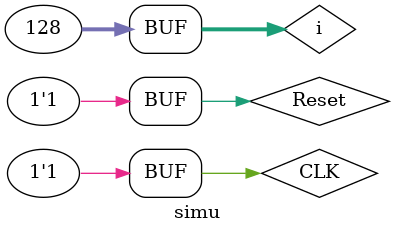
<source format=v>
`timescale 1ns / 1ps

module simu;
    reg CLK=1;
    reg Reset=0;
    reg[31:0] i;
    Top Top_(CLK,Reset,curPC,Reg1,Reg2,ALU);
    initial begin 
    #1 Reset=1;
      for(i=0;i<128;i=i+1)begin
      # 1 CLK=0;
      # 1 CLK=1;
      end
    end
endmodule


</source>
